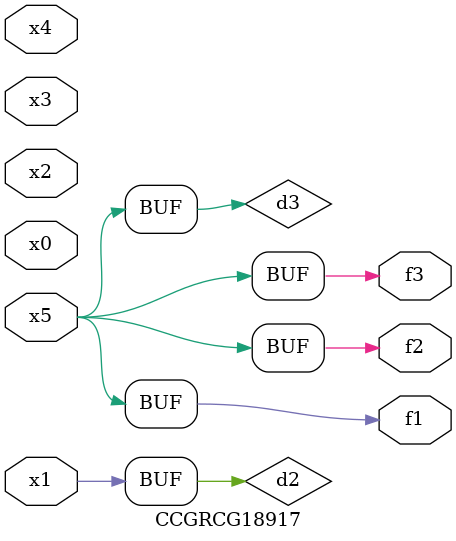
<source format=v>
module CCGRCG18917(
	input x0, x1, x2, x3, x4, x5,
	output f1, f2, f3
);

	wire d1, d2, d3;

	not (d1, x5);
	or (d2, x1);
	xnor (d3, d1);
	assign f1 = d3;
	assign f2 = d3;
	assign f3 = d3;
endmodule

</source>
